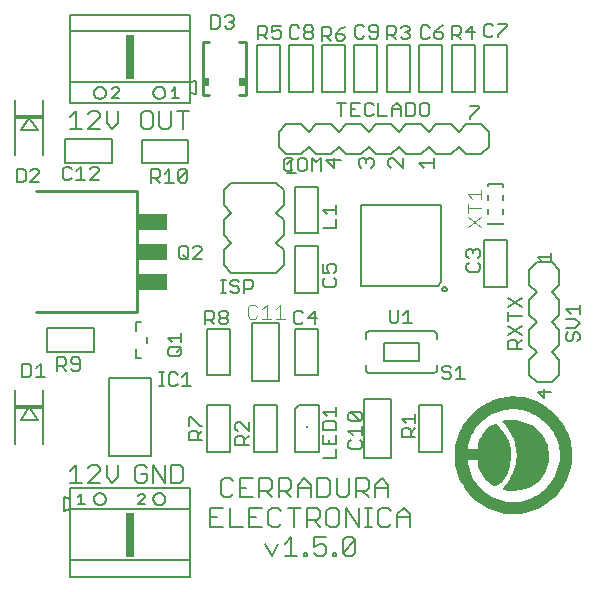
<source format=gbr>
G04 EAGLE Gerber RS-274X export*
G75*
%MOMM*%
%FSLAX34Y34*%
%LPD*%
%INSilkscreen Top*%
%IPPOS*%
%AMOC8*
5,1,8,0,0,1.08239X$1,22.5*%
G01*
%ADD10C,0.177800*%
%ADD11C,0.152400*%
%ADD12C,0.127000*%
%ADD13C,0.150000*%
%ADD14R,0.200000X0.200000*%
%ADD15C,0.203200*%
%ADD16R,0.762000X3.810000*%
%ADD17R,2.300000X0.300000*%
%ADD18C,0.254000*%
%ADD19R,2.489200X1.422400*%
%ADD20C,0.101600*%
%ADD21R,0.500000X0.750000*%

G36*
X441190Y62656D02*
X441190Y62656D01*
X441200Y62655D01*
X443963Y62795D01*
X443968Y62796D01*
X443978Y62796D01*
X446727Y63093D01*
X446732Y63094D01*
X446741Y63095D01*
X449471Y63548D01*
X449475Y63550D01*
X449485Y63551D01*
X452184Y64158D01*
X452188Y64161D01*
X452198Y64162D01*
X454858Y64924D01*
X454862Y64926D01*
X454872Y64928D01*
X457484Y65838D01*
X457488Y65841D01*
X457497Y65843D01*
X460054Y66898D01*
X460057Y66901D01*
X460066Y66904D01*
X462558Y68103D01*
X462562Y68106D01*
X462571Y68109D01*
X464993Y69445D01*
X464996Y69448D01*
X465005Y69452D01*
X467348Y70922D01*
X467351Y70925D01*
X467360Y70929D01*
X469619Y72525D01*
X469622Y72529D01*
X469631Y72534D01*
X471798Y74253D01*
X471800Y74256D01*
X471808Y74261D01*
X473880Y76095D01*
X473882Y76099D01*
X473890Y76105D01*
X475858Y78051D01*
X475861Y78055D01*
X475868Y78061D01*
X477727Y80110D01*
X477729Y80114D01*
X477736Y80120D01*
X479480Y82268D01*
X479482Y82272D01*
X479489Y82279D01*
X481113Y84519D01*
X481114Y84523D01*
X481120Y84530D01*
X482621Y86854D01*
X482622Y86858D01*
X482628Y86866D01*
X483997Y89268D01*
X483998Y89273D01*
X484004Y89280D01*
X485239Y91756D01*
X485239Y91760D01*
X485244Y91768D01*
X486339Y94308D01*
X486340Y94312D01*
X486344Y94321D01*
X487296Y96919D01*
X487297Y96924D01*
X487301Y96932D01*
X488107Y99578D01*
X488107Y99583D01*
X488111Y99592D01*
X488766Y102280D01*
X488766Y102284D01*
X488769Y102294D01*
X489270Y105015D01*
X489270Y105020D01*
X489272Y105029D01*
X489620Y107773D01*
X489619Y107778D01*
X489621Y107787D01*
X489811Y110548D01*
X489810Y110553D01*
X489812Y110562D01*
X489837Y112561D01*
X489846Y112617D01*
X489854Y113326D01*
X489853Y113330D01*
X489854Y113340D01*
X489731Y116042D01*
X489729Y116046D01*
X489730Y116056D01*
X489458Y118749D01*
X489456Y118754D01*
X489456Y118763D01*
X489036Y121437D01*
X489034Y121441D01*
X489034Y121451D01*
X488465Y124097D01*
X488463Y124101D01*
X488462Y124110D01*
X487748Y126720D01*
X487746Y126724D01*
X487744Y126733D01*
X486887Y129301D01*
X486885Y129304D01*
X486883Y129313D01*
X485886Y131828D01*
X485883Y131831D01*
X485880Y131840D01*
X484746Y134299D01*
X484743Y134302D01*
X484740Y134311D01*
X483475Y136702D01*
X483472Y136705D01*
X483468Y136714D01*
X482077Y139035D01*
X482073Y139038D01*
X482069Y139046D01*
X480555Y141289D01*
X480551Y141292D01*
X480547Y141300D01*
X478914Y143459D01*
X478911Y143461D01*
X478906Y143469D01*
X478721Y143688D01*
X478721Y143689D01*
X477879Y144686D01*
X477669Y144935D01*
X477458Y145184D01*
X477248Y145433D01*
X477162Y145536D01*
X477158Y145538D01*
X477153Y145546D01*
X475299Y147517D01*
X475295Y147519D01*
X475290Y147526D01*
X473336Y149396D01*
X473332Y149399D01*
X473326Y149405D01*
X471273Y151169D01*
X471269Y151171D01*
X471263Y151178D01*
X469121Y152830D01*
X469117Y152831D01*
X469110Y152838D01*
X466881Y154372D01*
X466877Y154374D01*
X466870Y154379D01*
X464563Y155791D01*
X464559Y155792D01*
X464551Y155797D01*
X462168Y157083D01*
X462164Y157083D01*
X462156Y157089D01*
X459709Y158242D01*
X459705Y158243D01*
X459696Y158248D01*
X457188Y159264D01*
X457183Y159265D01*
X457175Y159269D01*
X454616Y160145D01*
X454611Y160146D01*
X454602Y160150D01*
X451998Y160883D01*
X451994Y160883D01*
X451985Y160886D01*
X449345Y161474D01*
X449340Y161474D01*
X449331Y161477D01*
X446660Y161917D01*
X446655Y161916D01*
X446646Y161919D01*
X443955Y162207D01*
X443950Y162206D01*
X443941Y162208D01*
X441239Y162345D01*
X441235Y162344D01*
X441225Y162346D01*
X438495Y162329D01*
X438490Y162328D01*
X438481Y162328D01*
X435756Y162158D01*
X435752Y162156D01*
X435742Y162156D01*
X433032Y161831D01*
X433028Y161830D01*
X433018Y161829D01*
X430330Y161351D01*
X430326Y161349D01*
X430316Y161348D01*
X427659Y160718D01*
X427655Y160715D01*
X427645Y160714D01*
X425027Y159936D01*
X425024Y159933D01*
X425014Y159931D01*
X422444Y159007D01*
X422440Y159005D01*
X422431Y159002D01*
X419916Y157938D01*
X419913Y157936D01*
X419904Y157933D01*
X417451Y156731D01*
X417448Y156728D01*
X417439Y156725D01*
X415056Y155392D01*
X415053Y155389D01*
X415045Y155385D01*
X414756Y155203D01*
X413968Y154704D01*
X413179Y154206D01*
X412738Y153927D01*
X412735Y153923D01*
X412726Y153919D01*
X410500Y152337D01*
X410498Y152334D01*
X410490Y152329D01*
X408353Y150629D01*
X408351Y150626D01*
X408343Y150621D01*
X406299Y148809D01*
X406297Y148806D01*
X406289Y148800D01*
X404346Y146882D01*
X404344Y146878D01*
X404337Y146873D01*
X402497Y144854D01*
X402495Y144850D01*
X402489Y144844D01*
X400761Y142730D01*
X400759Y142726D01*
X400753Y142719D01*
X399140Y140516D01*
X399139Y140511D01*
X399132Y140505D01*
X397640Y138217D01*
X397639Y138213D01*
X397633Y138206D01*
X396267Y135842D01*
X396266Y135838D01*
X396260Y135831D01*
X395023Y133397D01*
X395022Y133393D01*
X395017Y133385D01*
X393914Y130888D01*
X393913Y130883D01*
X393908Y130875D01*
X392942Y128321D01*
X392942Y128317D01*
X392938Y128309D01*
X392112Y125705D01*
X392112Y125700D01*
X392108Y125691D01*
X391428Y123048D01*
X391428Y123044D01*
X391425Y123035D01*
X390887Y120358D01*
X390888Y120354D01*
X390885Y120345D01*
X390496Y117643D01*
X390496Y117638D01*
X390494Y117629D01*
X390253Y114910D01*
X390254Y114906D01*
X390253Y114897D01*
X390177Y112732D01*
X390169Y112722D01*
X390163Y112683D01*
X390148Y112646D01*
X390153Y112615D01*
X390148Y112584D01*
X390160Y112557D01*
X390146Y112165D01*
X390148Y112159D01*
X390146Y112146D01*
X390247Y109436D01*
X390248Y109432D01*
X390248Y109422D01*
X390497Y106723D01*
X390499Y106719D01*
X390499Y106709D01*
X390896Y104027D01*
X390898Y104023D01*
X390899Y104013D01*
X391445Y101356D01*
X391447Y101352D01*
X391448Y101343D01*
X392139Y98719D01*
X392142Y98715D01*
X392143Y98706D01*
X392978Y96127D01*
X392980Y96124D01*
X392982Y96114D01*
X393957Y93583D01*
X393959Y93580D01*
X393962Y93571D01*
X395073Y91098D01*
X395076Y91095D01*
X395079Y91086D01*
X396325Y88678D01*
X396329Y88675D01*
X396332Y88666D01*
X397707Y86328D01*
X397710Y86325D01*
X397714Y86317D01*
X399215Y84057D01*
X399218Y84054D01*
X399222Y84046D01*
X400841Y81870D01*
X400844Y81868D01*
X400849Y81860D01*
X400994Y81686D01*
X400994Y81685D01*
X401201Y81436D01*
X401408Y81187D01*
X401615Y80938D01*
X401822Y80689D01*
X401822Y80688D01*
X402029Y80439D01*
X402030Y80439D01*
X402237Y80190D01*
X402444Y79941D01*
X402582Y79774D01*
X402586Y79771D01*
X402591Y79764D01*
X404433Y77773D01*
X404437Y77771D01*
X404443Y77763D01*
X406389Y75876D01*
X406393Y75874D01*
X406399Y75867D01*
X408443Y74086D01*
X408447Y74085D01*
X408453Y74078D01*
X410589Y72409D01*
X410594Y72408D01*
X410600Y72401D01*
X412823Y70850D01*
X412828Y70849D01*
X412835Y70843D01*
X415139Y69412D01*
X415143Y69411D01*
X415151Y69405D01*
X417528Y68103D01*
X417532Y68102D01*
X417540Y68097D01*
X419984Y66924D01*
X419989Y66923D01*
X419997Y66918D01*
X422503Y65882D01*
X422507Y65882D01*
X422515Y65877D01*
X425075Y64978D01*
X425079Y64978D01*
X425088Y64974D01*
X427692Y64218D01*
X427696Y64218D01*
X427705Y64215D01*
X430349Y63607D01*
X430353Y63607D01*
X430362Y63604D01*
X433033Y63142D01*
X433038Y63143D01*
X433047Y63140D01*
X435741Y62830D01*
X435745Y62830D01*
X435754Y62828D01*
X438462Y62666D01*
X438466Y62667D01*
X438476Y62666D01*
X441186Y62654D01*
X441190Y62656D01*
G37*
%LPC*%
G36*
X437261Y72863D02*
X437261Y72863D01*
X434578Y73138D01*
X431863Y73628D01*
X429193Y74315D01*
X426578Y75194D01*
X424033Y76256D01*
X421570Y77498D01*
X419199Y78908D01*
X416932Y80480D01*
X414781Y82205D01*
X412755Y84078D01*
X410863Y86084D01*
X409116Y88218D01*
X407521Y90469D01*
X406088Y92826D01*
X404825Y95277D01*
X403737Y97812D01*
X402827Y100417D01*
X402098Y103076D01*
X401553Y105782D01*
X401450Y106556D01*
X401416Y106805D01*
X401383Y107054D01*
X401350Y107303D01*
X401350Y107304D01*
X401317Y107553D01*
X401284Y107802D01*
X401250Y108051D01*
X401224Y108246D01*
X403171Y108264D01*
X405399Y108280D01*
X407628Y108292D01*
X409630Y108297D01*
X409854Y106063D01*
X409856Y106057D01*
X409857Y106041D01*
X410327Y103613D01*
X410331Y103607D01*
X410333Y103591D01*
X411021Y101219D01*
X411025Y101213D01*
X411029Y101197D01*
X411939Y98898D01*
X411944Y98892D01*
X411949Y98876D01*
X413077Y96678D01*
X413083Y96673D01*
X413090Y96657D01*
X414431Y94582D01*
X414437Y94577D01*
X414446Y94561D01*
X415991Y92632D01*
X415998Y92628D01*
X416009Y92612D01*
X417868Y90742D01*
X417875Y90738D01*
X417888Y90724D01*
X419932Y89058D01*
X419939Y89055D01*
X419953Y89043D01*
X422159Y87598D01*
X422167Y87596D01*
X422182Y87585D01*
X424528Y86381D01*
X424596Y86368D01*
X424664Y86355D01*
X424665Y86355D01*
X424667Y86355D01*
X424736Y86372D01*
X427181Y87372D01*
X427188Y87377D01*
X427234Y87401D01*
X429367Y88967D01*
X429374Y88975D01*
X429401Y88996D01*
X431218Y90920D01*
X431223Y90928D01*
X431240Y90946D01*
X432783Y93099D01*
X432785Y93107D01*
X432797Y93122D01*
X434102Y95426D01*
X434103Y95433D01*
X434112Y95446D01*
X435209Y97856D01*
X435210Y97862D01*
X435216Y97874D01*
X436129Y100360D01*
X436130Y100366D01*
X436135Y100376D01*
X436874Y102919D01*
X436874Y102924D01*
X436878Y102935D01*
X437449Y105522D01*
X437449Y105527D01*
X437452Y105537D01*
X437858Y108155D01*
X437857Y108160D01*
X437860Y108171D01*
X438101Y110809D01*
X438100Y110814D01*
X438102Y110825D01*
X438144Y112535D01*
X438150Y112544D01*
X438163Y112617D01*
X438186Y113479D01*
X438184Y113487D01*
X438185Y113505D01*
X437972Y116221D01*
X437970Y116227D01*
X437970Y116242D01*
X437524Y118930D01*
X437521Y118936D01*
X437520Y118951D01*
X436848Y121591D01*
X436845Y121597D01*
X436842Y121611D01*
X435954Y124187D01*
X435951Y124192D01*
X435947Y124205D01*
X434861Y126703D01*
X434857Y126708D01*
X434853Y126720D01*
X433582Y129131D01*
X433578Y129135D01*
X433573Y129146D01*
X432134Y131459D01*
X432130Y131463D01*
X432124Y131473D01*
X430531Y133682D01*
X430527Y133685D01*
X430521Y133695D01*
X428788Y135798D01*
X428784Y135801D01*
X428777Y135810D01*
X426913Y137798D01*
X426908Y137800D01*
X426901Y137809D01*
X424913Y139671D01*
X424873Y139692D01*
X424837Y139720D01*
X424811Y139723D01*
X424788Y139734D01*
X424743Y139730D01*
X424698Y139734D01*
X424660Y139721D01*
X424649Y139720D01*
X424644Y139716D01*
X424628Y139710D01*
X422251Y138473D01*
X422245Y138467D01*
X422228Y138459D01*
X419994Y136981D01*
X419989Y136975D01*
X419973Y136966D01*
X417904Y135263D01*
X417899Y135257D01*
X417884Y135246D01*
X416006Y133336D01*
X416002Y133329D01*
X415988Y133316D01*
X414322Y131216D01*
X414319Y131209D01*
X414308Y131196D01*
X412983Y129135D01*
X412981Y129128D01*
X412971Y129114D01*
X411854Y126933D01*
X411852Y126926D01*
X411844Y126911D01*
X410945Y124634D01*
X410944Y124627D01*
X410937Y124612D01*
X410260Y122257D01*
X410260Y122250D01*
X410254Y122234D01*
X409803Y119826D01*
X409804Y119819D01*
X409800Y119803D01*
X409599Y117590D01*
X407617Y117585D01*
X405405Y117576D01*
X403196Y117568D01*
X401275Y117566D01*
X401614Y119949D01*
X402168Y122579D01*
X402899Y125163D01*
X403812Y127689D01*
X404902Y130143D01*
X406168Y132512D01*
X407603Y134782D01*
X409196Y136943D01*
X410943Y138981D01*
X412832Y140893D01*
X414849Y142665D01*
X416986Y144292D01*
X419228Y145769D01*
X421566Y147091D01*
X423986Y148255D01*
X426480Y149254D01*
X429037Y150083D01*
X431642Y150739D01*
X434285Y151221D01*
X437038Y151518D01*
X439807Y151599D01*
X442574Y151465D01*
X445325Y151126D01*
X448043Y150584D01*
X450717Y149849D01*
X453333Y148931D01*
X455879Y147834D01*
X458348Y146571D01*
X460728Y145146D01*
X463008Y143567D01*
X465182Y141844D01*
X467236Y139982D01*
X469165Y137989D01*
X469254Y137883D01*
X469255Y137883D01*
X469465Y137634D01*
X469465Y137633D01*
X469676Y137384D01*
X469886Y137135D01*
X470097Y136886D01*
X470307Y136637D01*
X470308Y136636D01*
X470518Y136387D01*
X470729Y136138D01*
X470939Y135889D01*
X470954Y135871D01*
X472596Y133639D01*
X474082Y131299D01*
X475401Y128861D01*
X476541Y126336D01*
X477496Y123735D01*
X478255Y121070D01*
X478814Y118356D01*
X478851Y118071D01*
X478851Y118070D01*
X478979Y117074D01*
X478979Y117073D01*
X479011Y116824D01*
X479139Y115827D01*
X479167Y115608D01*
X479312Y112841D01*
X479308Y112686D01*
X479298Y112628D01*
X479248Y110146D01*
X478995Y107459D01*
X478547Y104797D01*
X477907Y102177D01*
X477081Y99609D01*
X476074Y97106D01*
X474894Y94677D01*
X473553Y92334D01*
X472056Y90088D01*
X470414Y87945D01*
X468638Y85913D01*
X466734Y83998D01*
X464711Y82209D01*
X462578Y80552D01*
X460346Y79035D01*
X458019Y77663D01*
X455609Y76444D01*
X453126Y75386D01*
X450578Y74499D01*
X447973Y73789D01*
X445328Y73263D01*
X442652Y72930D01*
X439958Y72793D01*
X437261Y72863D01*
G37*
%LPD*%
G36*
X441168Y82450D02*
X441168Y82450D01*
X441173Y82452D01*
X441186Y82451D01*
X443972Y82681D01*
X443978Y82683D01*
X443992Y82683D01*
X446753Y83128D01*
X446758Y83131D01*
X446772Y83132D01*
X449488Y83799D01*
X449494Y83802D01*
X449509Y83805D01*
X452157Y84701D01*
X452163Y84705D01*
X452178Y84709D01*
X454735Y85837D01*
X454740Y85842D01*
X454756Y85848D01*
X457194Y87211D01*
X457200Y87217D01*
X457215Y87224D01*
X459509Y88823D01*
X459513Y88829D01*
X459529Y88839D01*
X461643Y90665D01*
X461647Y90671D01*
X461662Y90683D01*
X463572Y92724D01*
X463575Y92731D01*
X463588Y92744D01*
X465179Y94844D01*
X465181Y94851D01*
X465193Y94864D01*
X466567Y97113D01*
X466569Y97120D01*
X466579Y97134D01*
X467730Y99506D01*
X467731Y99513D01*
X467739Y99527D01*
X468668Y101993D01*
X468669Y102000D01*
X468675Y102014D01*
X469386Y104551D01*
X469386Y104557D01*
X469391Y104571D01*
X469890Y107158D01*
X469889Y107165D01*
X469893Y107179D01*
X470173Y109800D01*
X470171Y109807D01*
X470174Y109823D01*
X470196Y112002D01*
X470196Y112003D01*
X470196Y112005D01*
X470202Y112598D01*
X470200Y112605D01*
X470201Y112621D01*
X469977Y115385D01*
X469975Y115391D01*
X469975Y115405D01*
X469524Y118141D01*
X469521Y118146D01*
X469520Y118161D01*
X468842Y120849D01*
X468839Y120855D01*
X468836Y120870D01*
X467929Y123490D01*
X467925Y123496D01*
X467920Y123512D01*
X466778Y126037D01*
X466773Y126043D01*
X466767Y126058D01*
X465392Y128463D01*
X465387Y128469D01*
X465379Y128484D01*
X463775Y130744D01*
X463769Y130748D01*
X463760Y130762D01*
X463674Y130862D01*
X463458Y131111D01*
X463242Y131361D01*
X463026Y131610D01*
X462811Y131859D01*
X462810Y131859D01*
X462595Y132108D01*
X462379Y132358D01*
X462163Y132607D01*
X462027Y132764D01*
X462021Y132768D01*
X462011Y132781D01*
X460099Y134615D01*
X460092Y134618D01*
X460081Y134630D01*
X458009Y136282D01*
X458003Y136285D01*
X457992Y136295D01*
X455782Y137757D01*
X455776Y137759D01*
X455764Y137768D01*
X453437Y139036D01*
X453431Y139037D01*
X453419Y139045D01*
X450997Y140118D01*
X450991Y140118D01*
X450978Y140125D01*
X448478Y140999D01*
X448472Y140999D01*
X448459Y141004D01*
X445897Y141682D01*
X445891Y141682D01*
X445879Y141686D01*
X443275Y142170D01*
X443269Y142170D01*
X443257Y142173D01*
X440622Y142464D01*
X440617Y142463D01*
X440605Y142465D01*
X437956Y142569D01*
X437950Y142568D01*
X437938Y142569D01*
X435290Y142488D01*
X435284Y142486D01*
X435272Y142487D01*
X432635Y142224D01*
X432630Y142222D01*
X432618Y142221D01*
X430006Y141779D01*
X429984Y141768D01*
X429960Y141767D01*
X429922Y141738D01*
X429880Y141718D01*
X429867Y141697D01*
X429848Y141683D01*
X429831Y141639D01*
X429807Y141599D01*
X429807Y141575D01*
X429799Y141552D01*
X429808Y141506D01*
X429809Y141459D01*
X429823Y141439D01*
X429828Y141415D01*
X429872Y141356D01*
X431731Y139522D01*
X433453Y137569D01*
X435048Y135512D01*
X436512Y133358D01*
X437839Y131117D01*
X439019Y128797D01*
X440043Y126404D01*
X440906Y123947D01*
X441598Y121439D01*
X442116Y118888D01*
X442140Y118704D01*
X442140Y118703D01*
X442172Y118454D01*
X442205Y118205D01*
X442237Y117956D01*
X442270Y117707D01*
X442270Y117706D01*
X442302Y117457D01*
X442335Y117208D01*
X442367Y116959D01*
X442400Y116710D01*
X442400Y116709D01*
X442432Y116460D01*
X442452Y116307D01*
X442611Y113709D01*
X442597Y112012D01*
X442597Y112011D01*
X442597Y112010D01*
X442597Y112007D01*
X442588Y110932D01*
X442360Y108167D01*
X441929Y105428D01*
X441295Y102727D01*
X440463Y100078D01*
X439442Y97497D01*
X438246Y94992D01*
X436879Y92576D01*
X435357Y90255D01*
X433686Y88039D01*
X431872Y85941D01*
X429899Y83977D01*
X429890Y83960D01*
X429875Y83948D01*
X429857Y83900D01*
X429832Y83854D01*
X429833Y83835D01*
X429827Y83817D01*
X429838Y83766D01*
X429841Y83715D01*
X429852Y83699D01*
X429857Y83680D01*
X429893Y83644D01*
X429924Y83602D01*
X429942Y83595D01*
X429955Y83582D01*
X430025Y83556D01*
X432763Y82993D01*
X432769Y82993D01*
X432780Y82990D01*
X435549Y82615D01*
X435555Y82616D01*
X435567Y82613D01*
X438355Y82431D01*
X438361Y82433D01*
X438373Y82431D01*
X441168Y82450D01*
G37*
D10*
X64581Y99124D02*
X69580Y104124D01*
X69580Y89125D01*
X64581Y89125D02*
X74580Y89125D01*
X80017Y89125D02*
X90016Y89125D01*
X80017Y89125D02*
X90016Y99124D01*
X90016Y101624D01*
X87516Y104124D01*
X82517Y104124D01*
X80017Y101624D01*
X95453Y104124D02*
X95453Y94125D01*
X100453Y89125D01*
X105452Y94125D01*
X105452Y104124D01*
X127080Y104124D02*
X129580Y101624D01*
X127080Y104124D02*
X122081Y104124D01*
X119581Y101624D01*
X119581Y91625D01*
X122081Y89125D01*
X127080Y89125D01*
X129580Y91625D01*
X129580Y96624D01*
X124580Y96624D01*
X135017Y89125D02*
X135017Y104124D01*
X145016Y89125D01*
X145016Y104124D01*
X150453Y104124D02*
X150453Y89125D01*
X157952Y89125D01*
X160452Y91625D01*
X160452Y101624D01*
X157952Y104124D01*
X150453Y104124D01*
D11*
X364514Y355762D02*
X360277Y359999D01*
X372988Y359999D01*
X372988Y355762D02*
X372988Y364236D01*
X346738Y364236D02*
X346738Y355762D01*
X338264Y364236D01*
X336146Y364236D01*
X334027Y362117D01*
X334027Y357880D01*
X336146Y355762D01*
X311146Y355762D02*
X309027Y357880D01*
X309027Y362117D01*
X311146Y364236D01*
X313264Y364236D01*
X315383Y362117D01*
X315383Y359999D01*
X315383Y362117D02*
X317501Y364236D01*
X319620Y364236D01*
X321738Y362117D01*
X321738Y357880D01*
X319620Y355762D01*
X294238Y362117D02*
X281527Y362117D01*
X287883Y355762D01*
X287883Y364236D01*
D12*
X253262Y362668D02*
X251355Y364575D01*
X247542Y364575D01*
X245635Y362668D01*
X245635Y355042D01*
X247542Y353135D01*
X251355Y353135D01*
X253262Y355042D01*
X259236Y364575D02*
X263049Y364575D01*
X259236Y364575D02*
X257329Y362668D01*
X257329Y355042D01*
X259236Y353135D01*
X263049Y353135D01*
X264955Y355042D01*
X264955Y362668D01*
X263049Y364575D01*
X269023Y364575D02*
X269023Y353135D01*
X272836Y360762D02*
X269023Y364575D01*
X272836Y360762D02*
X276649Y364575D01*
X276649Y353135D01*
D10*
X69580Y404124D02*
X64581Y399124D01*
X69580Y404124D02*
X69580Y389125D01*
X64581Y389125D02*
X74580Y389125D01*
X80017Y389125D02*
X90016Y389125D01*
X80017Y389125D02*
X90016Y399124D01*
X90016Y401624D01*
X87516Y404124D01*
X82517Y404124D01*
X80017Y401624D01*
X95453Y404124D02*
X95453Y394125D01*
X100453Y389125D01*
X105452Y394125D01*
X105452Y404124D01*
X127081Y404124D02*
X132080Y404124D01*
X127081Y404124D02*
X124581Y401624D01*
X124581Y391625D01*
X127081Y389125D01*
X132080Y389125D01*
X134580Y391625D01*
X134580Y401624D01*
X132080Y404124D01*
X140017Y404124D02*
X140017Y391625D01*
X142517Y389125D01*
X147516Y389125D01*
X150016Y391625D01*
X150016Y404124D01*
X160453Y404124D02*
X160453Y389125D01*
X155453Y404124D02*
X165452Y404124D01*
D11*
X200225Y93142D02*
X202936Y90430D01*
X200225Y93142D02*
X194801Y93142D01*
X192090Y90430D01*
X192090Y79584D01*
X194801Y76872D01*
X200225Y76872D01*
X202936Y79584D01*
X208461Y93142D02*
X219308Y93142D01*
X208461Y93142D02*
X208461Y76872D01*
X219308Y76872D01*
X213885Y85007D02*
X208461Y85007D01*
X224833Y76872D02*
X224833Y93142D01*
X232968Y93142D01*
X235680Y90430D01*
X235680Y85007D01*
X232968Y82295D01*
X224833Y82295D01*
X230256Y82295D02*
X235680Y76872D01*
X241205Y76872D02*
X241205Y93142D01*
X249339Y93142D01*
X252051Y90430D01*
X252051Y85007D01*
X249339Y82295D01*
X241205Y82295D01*
X246628Y82295D02*
X252051Y76872D01*
X257576Y76872D02*
X257576Y87719D01*
X262999Y93142D01*
X268423Y87719D01*
X268423Y76872D01*
X268423Y85007D02*
X257576Y85007D01*
X273948Y93142D02*
X273948Y76872D01*
X282083Y76872D01*
X284794Y79584D01*
X284794Y90430D01*
X282083Y93142D01*
X273948Y93142D01*
X290319Y93142D02*
X290319Y79584D01*
X293031Y76872D01*
X298454Y76872D01*
X301166Y79584D01*
X301166Y93142D01*
X306691Y93142D02*
X306691Y76872D01*
X306691Y93142D02*
X314826Y93142D01*
X317537Y90430D01*
X317537Y85007D01*
X314826Y82295D01*
X306691Y82295D01*
X312114Y82295D02*
X317537Y76872D01*
X323062Y76872D02*
X323062Y87719D01*
X328486Y93142D01*
X333909Y87719D01*
X333909Y76872D01*
X333909Y85007D02*
X323062Y85007D01*
X194293Y68142D02*
X183447Y68142D01*
X183447Y51872D01*
X194293Y51872D01*
X188870Y60007D02*
X183447Y60007D01*
X199818Y68142D02*
X199818Y51872D01*
X210665Y51872D01*
X216190Y68142D02*
X227037Y68142D01*
X216190Y68142D02*
X216190Y51872D01*
X227037Y51872D01*
X221613Y60007D02*
X216190Y60007D01*
X240696Y68142D02*
X243408Y65430D01*
X240696Y68142D02*
X235273Y68142D01*
X232562Y65430D01*
X232562Y54584D01*
X235273Y51872D01*
X240696Y51872D01*
X243408Y54584D01*
X254356Y51872D02*
X254356Y68142D01*
X248933Y68142D02*
X259780Y68142D01*
X265305Y68142D02*
X265305Y51872D01*
X265305Y68142D02*
X273440Y68142D01*
X276151Y65430D01*
X276151Y60007D01*
X273440Y57295D01*
X265305Y57295D01*
X270728Y57295D02*
X276151Y51872D01*
X284388Y68142D02*
X289811Y68142D01*
X284388Y68142D02*
X281676Y65430D01*
X281676Y54584D01*
X284388Y51872D01*
X289811Y51872D01*
X292523Y54584D01*
X292523Y65430D01*
X289811Y68142D01*
X298048Y68142D02*
X298048Y51872D01*
X308894Y51872D02*
X298048Y68142D01*
X308894Y68142D02*
X308894Y51872D01*
X314419Y51872D02*
X319843Y51872D01*
X317131Y51872D02*
X317131Y68142D01*
X314419Y68142D02*
X319843Y68142D01*
X333469Y68142D02*
X336180Y65430D01*
X333469Y68142D02*
X328045Y68142D01*
X325334Y65430D01*
X325334Y54584D01*
X328045Y51872D01*
X333469Y51872D01*
X336180Y54584D01*
X341705Y51872D02*
X341705Y62719D01*
X347129Y68142D01*
X352552Y62719D01*
X352552Y51872D01*
X352552Y60007D02*
X341705Y60007D01*
X235256Y26872D02*
X229833Y37719D01*
X240680Y37719D02*
X235256Y26872D01*
X246205Y37719D02*
X251628Y43142D01*
X251628Y26872D01*
X246205Y26872D02*
X257051Y26872D01*
X262576Y26872D02*
X262576Y29584D01*
X265288Y29584D01*
X265288Y26872D01*
X262576Y26872D01*
X270762Y43142D02*
X281609Y43142D01*
X270762Y43142D02*
X270762Y35007D01*
X276185Y37719D01*
X278897Y37719D01*
X281609Y35007D01*
X281609Y29584D01*
X278897Y26872D01*
X273474Y26872D01*
X270762Y29584D01*
X287134Y29584D02*
X287134Y26872D01*
X287134Y29584D02*
X289845Y29584D01*
X289845Y26872D01*
X287134Y26872D01*
X295319Y29584D02*
X295319Y40430D01*
X298031Y43142D01*
X303454Y43142D01*
X306166Y40430D01*
X306166Y29584D01*
X303454Y26872D01*
X298031Y26872D01*
X295319Y29584D01*
X306166Y40430D01*
D12*
X435525Y230254D02*
X446965Y230254D01*
X435525Y226441D02*
X435525Y234068D01*
X435525Y238135D02*
X446965Y245761D01*
X446965Y238135D02*
X435525Y245761D01*
X435525Y202691D02*
X446965Y202691D01*
X435525Y202691D02*
X435525Y208411D01*
X437432Y210318D01*
X441245Y210318D01*
X443152Y208411D01*
X443152Y202691D01*
X443152Y206504D02*
X446965Y210318D01*
X446965Y222011D02*
X435525Y214385D01*
X435525Y222011D02*
X446965Y214385D01*
D13*
X250150Y420270D02*
X250150Y459730D01*
X269850Y459730D02*
X269850Y420270D01*
X250150Y420270D01*
X250150Y459730D02*
X269850Y459730D01*
D12*
X258552Y474608D02*
X256645Y476515D01*
X252832Y476515D01*
X250925Y474608D01*
X250925Y466982D01*
X252832Y465075D01*
X256645Y465075D01*
X258552Y466982D01*
X262619Y474608D02*
X264526Y476515D01*
X268339Y476515D01*
X270245Y474608D01*
X270245Y472702D01*
X268339Y470795D01*
X270245Y468888D01*
X270245Y466982D01*
X268339Y465075D01*
X264526Y465075D01*
X262619Y466982D01*
X262619Y468888D01*
X264526Y470795D01*
X262619Y472702D01*
X262619Y474608D01*
X264526Y470795D02*
X268339Y470795D01*
D13*
X305150Y459730D02*
X305150Y420270D01*
X324850Y420270D02*
X324850Y459730D01*
X324850Y420270D02*
X305150Y420270D01*
X305150Y459730D02*
X324850Y459730D01*
D12*
X313802Y474858D02*
X311895Y476765D01*
X308082Y476765D01*
X306175Y474858D01*
X306175Y467232D01*
X308082Y465325D01*
X311895Y465325D01*
X313802Y467232D01*
X317869Y467232D02*
X319776Y465325D01*
X323589Y465325D01*
X325495Y467232D01*
X325495Y474858D01*
X323589Y476765D01*
X319776Y476765D01*
X317869Y474858D01*
X317869Y472952D01*
X319776Y471045D01*
X325495Y471045D01*
D13*
X360150Y459730D02*
X360150Y420270D01*
X379850Y420270D02*
X379850Y459730D01*
X379850Y420270D02*
X360150Y420270D01*
X360150Y459730D02*
X379850Y459730D01*
D12*
X369002Y474508D02*
X367095Y476415D01*
X363282Y476415D01*
X361375Y474508D01*
X361375Y466882D01*
X363282Y464975D01*
X367095Y464975D01*
X369002Y466882D01*
X376882Y474508D02*
X380695Y476415D01*
X376882Y474508D02*
X373069Y470695D01*
X373069Y466882D01*
X374976Y464975D01*
X378789Y464975D01*
X380695Y466882D01*
X380695Y468788D01*
X378789Y470695D01*
X373069Y470695D01*
D13*
X415150Y459730D02*
X415150Y420270D01*
X434850Y420270D02*
X434850Y459730D01*
X434850Y420270D02*
X415150Y420270D01*
X415150Y459730D02*
X434850Y459730D01*
D12*
X423002Y476008D02*
X421095Y477915D01*
X417282Y477915D01*
X415375Y476008D01*
X415375Y468382D01*
X417282Y466475D01*
X421095Y466475D01*
X423002Y468382D01*
X427069Y477915D02*
X434695Y477915D01*
X434695Y476008D01*
X427069Y468382D01*
X427069Y466475D01*
D13*
X222670Y459730D02*
X222670Y420270D01*
X222670Y459730D02*
X242330Y459730D01*
X242330Y420270D01*
X222670Y420270D01*
D12*
X223985Y464839D02*
X223985Y476279D01*
X229705Y476279D01*
X231612Y474372D01*
X231612Y470559D01*
X229705Y468652D01*
X223985Y468652D01*
X227798Y468652D02*
X231612Y464839D01*
X235679Y476279D02*
X243305Y476279D01*
X235679Y476279D02*
X235679Y470559D01*
X239492Y472466D01*
X241399Y472466D01*
X243305Y470559D01*
X243305Y466746D01*
X241399Y464839D01*
X237586Y464839D01*
X235679Y466746D01*
D13*
X277670Y459730D02*
X277670Y420270D01*
X277670Y459730D02*
X297330Y459730D01*
X297330Y420270D01*
X277670Y420270D01*
D12*
X277735Y463589D02*
X277735Y475029D01*
X283455Y475029D01*
X285362Y473122D01*
X285362Y469309D01*
X283455Y467402D01*
X277735Y467402D01*
X281548Y467402D02*
X285362Y463589D01*
X293242Y473122D02*
X297055Y475029D01*
X293242Y473122D02*
X289429Y469309D01*
X289429Y465496D01*
X291336Y463589D01*
X295149Y463589D01*
X297055Y465496D01*
X297055Y467402D01*
X295149Y469309D01*
X289429Y469309D01*
D13*
X332670Y459730D02*
X332670Y420270D01*
X332670Y459730D02*
X352330Y459730D01*
X352330Y420270D01*
X332670Y420270D01*
D12*
X332735Y464839D02*
X332735Y476279D01*
X338455Y476279D01*
X340362Y474372D01*
X340362Y470559D01*
X338455Y468652D01*
X332735Y468652D01*
X336548Y468652D02*
X340362Y464839D01*
X344429Y474372D02*
X346336Y476279D01*
X350149Y476279D01*
X352055Y474372D01*
X352055Y472466D01*
X350149Y470559D01*
X348242Y470559D01*
X350149Y470559D02*
X352055Y468652D01*
X352055Y466746D01*
X350149Y464839D01*
X346336Y464839D01*
X344429Y466746D01*
D13*
X387670Y459730D02*
X387670Y420270D01*
X387670Y459730D02*
X407330Y459730D01*
X407330Y420270D01*
X387670Y420270D01*
D12*
X387735Y464839D02*
X387735Y476279D01*
X393455Y476279D01*
X395362Y474372D01*
X395362Y470559D01*
X393455Y468652D01*
X387735Y468652D01*
X391548Y468652D02*
X395362Y464839D01*
X405149Y464839D02*
X405149Y476279D01*
X399429Y470559D01*
X407055Y470559D01*
D13*
X360170Y154730D02*
X360170Y115270D01*
X360170Y154730D02*
X379830Y154730D01*
X379830Y115270D01*
X360170Y115270D01*
D12*
X356665Y127935D02*
X345225Y127935D01*
X345225Y133655D01*
X347132Y135562D01*
X350945Y135562D01*
X352852Y133655D01*
X352852Y127935D01*
X352852Y131748D02*
X356665Y135562D01*
X349039Y139629D02*
X345225Y143442D01*
X356665Y143442D01*
X356665Y139629D02*
X356665Y147255D01*
D11*
X478950Y256750D02*
X478950Y269450D01*
X478950Y256750D02*
X472600Y250400D01*
X459900Y250400D02*
X453550Y256750D01*
X472600Y250400D02*
X478950Y244050D01*
X478950Y231350D01*
X472600Y225000D01*
X459900Y225000D02*
X453550Y231350D01*
X453550Y244050D01*
X459900Y250400D01*
X459900Y275800D02*
X472600Y275800D01*
X478950Y269450D01*
X459900Y275800D02*
X453550Y269450D01*
X453550Y256750D01*
X472600Y225000D02*
X478950Y218650D01*
X478950Y205950D01*
X472600Y199600D01*
X459900Y199600D02*
X453550Y205950D01*
X453550Y218650D01*
X459900Y225000D01*
X478950Y193250D02*
X478950Y180550D01*
X472600Y174200D01*
X459900Y174200D01*
X453550Y180550D01*
X472600Y199600D02*
X478950Y193250D01*
X459900Y199600D02*
X453550Y193250D01*
X453550Y180550D01*
D12*
X464339Y276171D02*
X460525Y279984D01*
X471965Y279984D01*
X471965Y276171D02*
X471965Y283798D01*
X471965Y166321D02*
X460525Y166321D01*
X466245Y160601D01*
X466245Y168228D01*
X484635Y214573D02*
X486542Y216480D01*
X484635Y214573D02*
X484635Y210760D01*
X486542Y208853D01*
X488449Y208853D01*
X490355Y210760D01*
X490355Y214573D01*
X492262Y216480D01*
X494168Y216480D01*
X496075Y214573D01*
X496075Y210760D01*
X494168Y208853D01*
X492262Y220547D02*
X484635Y220547D01*
X492262Y220547D02*
X496075Y224360D01*
X492262Y228174D01*
X484635Y228174D01*
X488449Y232241D02*
X484635Y236054D01*
X496075Y236054D01*
X496075Y232241D02*
X496075Y239867D01*
D13*
X415150Y255270D02*
X415150Y294730D01*
X434850Y294730D02*
X434850Y255270D01*
X415150Y255270D01*
X415150Y294730D02*
X434850Y294730D01*
D12*
X402132Y275562D02*
X400225Y273655D01*
X400225Y269842D01*
X402132Y267935D01*
X409758Y267935D01*
X411665Y269842D01*
X411665Y273655D01*
X409758Y275562D01*
X402132Y279629D02*
X400225Y281536D01*
X400225Y285349D01*
X402132Y287255D01*
X404039Y287255D01*
X405945Y285349D01*
X405945Y283442D01*
X405945Y285349D02*
X407852Y287255D01*
X409758Y287255D01*
X411665Y285349D01*
X411665Y281536D01*
X409758Y279629D01*
D13*
X274850Y219730D02*
X274850Y180270D01*
X255150Y180270D02*
X255150Y219730D01*
X274850Y219730D01*
X274850Y180270D02*
X255150Y180270D01*
D12*
X261812Y232868D02*
X259905Y234775D01*
X256092Y234775D01*
X254185Y232868D01*
X254185Y225242D01*
X256092Y223335D01*
X259905Y223335D01*
X261812Y225242D01*
X271599Y223335D02*
X271599Y234775D01*
X265879Y229055D01*
X273505Y229055D01*
D11*
X245400Y324050D02*
X245400Y336750D01*
X245400Y324050D02*
X239050Y317700D01*
X245400Y311350D01*
X245400Y298650D01*
X239050Y292300D01*
X245400Y336750D02*
X239050Y343100D01*
X239050Y292300D02*
X245400Y285950D01*
X245400Y273250D01*
X239050Y266900D01*
X200950Y266900D01*
X200950Y317700D02*
X194600Y324050D01*
X194600Y298650D02*
X200950Y292300D01*
X194600Y298650D02*
X194600Y311350D01*
X200950Y317700D01*
X200950Y343100D02*
X239050Y343100D01*
X200950Y343100D02*
X194600Y336750D01*
X194600Y324050D01*
X194600Y273250D02*
X200950Y266900D01*
X194600Y273250D02*
X194600Y285950D01*
X200950Y292300D01*
D12*
X196348Y249845D02*
X192535Y249845D01*
X194442Y249845D02*
X194442Y261285D01*
X196348Y261285D02*
X192535Y261285D01*
X206051Y261285D02*
X207957Y259378D01*
X206051Y261285D02*
X202238Y261285D01*
X200331Y259378D01*
X200331Y257472D01*
X202238Y255565D01*
X206051Y255565D01*
X207957Y253658D01*
X207957Y251752D01*
X206051Y249845D01*
X202238Y249845D01*
X200331Y251752D01*
X212025Y249845D02*
X212025Y261285D01*
X217745Y261285D01*
X219651Y259378D01*
X219651Y255565D01*
X217745Y253658D01*
X212025Y253658D01*
X274830Y300270D02*
X274830Y339730D01*
X255170Y339730D02*
X255170Y300270D01*
X255170Y339730D02*
X274830Y339730D01*
X274830Y300270D02*
X255170Y300270D01*
X278325Y304947D02*
X289765Y304947D01*
X289765Y312574D01*
X282139Y316641D02*
X278325Y320454D01*
X289765Y320454D01*
X289765Y316641D02*
X289765Y324268D01*
D13*
X274850Y289730D02*
X274850Y250270D01*
X255150Y250270D02*
X255150Y289730D01*
X274850Y289730D01*
X274850Y250270D02*
X255150Y250270D01*
D12*
X278325Y260667D02*
X280232Y262574D01*
X278325Y260667D02*
X278325Y256854D01*
X280232Y254947D01*
X287858Y254947D01*
X289765Y256854D01*
X289765Y260667D01*
X287858Y262574D01*
X278325Y266641D02*
X278325Y274268D01*
X278325Y266641D02*
X284045Y266641D01*
X282139Y270454D01*
X282139Y272361D01*
X284045Y274268D01*
X287858Y274268D01*
X289765Y272361D01*
X289765Y268548D01*
X287858Y266641D01*
X120000Y202500D02*
X120000Y195000D01*
X125000Y195000D01*
X120000Y217500D02*
X120000Y225000D01*
X125000Y225000D01*
X130000Y212500D02*
X130000Y207500D01*
X149082Y196297D02*
X156708Y196297D01*
X149082Y196297D02*
X147175Y198204D01*
X147175Y202017D01*
X149082Y203924D01*
X156708Y203924D01*
X158615Y202017D01*
X158615Y198204D01*
X156708Y196297D01*
X154802Y200110D02*
X158615Y203924D01*
X150989Y207991D02*
X147175Y211804D01*
X158615Y211804D01*
X158615Y207991D02*
X158615Y215618D01*
D13*
X255000Y151250D02*
X255000Y115000D01*
X258750Y155000D02*
X275000Y155000D01*
X275000Y115000D01*
X255000Y115000D01*
X255000Y151250D02*
X258750Y155000D01*
D14*
X265000Y136600D03*
D12*
X278325Y110309D02*
X289765Y110309D01*
X289765Y117936D01*
X278325Y122003D02*
X278325Y129630D01*
X278325Y122003D02*
X289765Y122003D01*
X289765Y129630D01*
X284045Y125816D02*
X284045Y122003D01*
X278325Y133697D02*
X289765Y133697D01*
X289765Y139417D01*
X287858Y141323D01*
X280232Y141323D01*
X278325Y139417D01*
X278325Y133697D01*
X282139Y145391D02*
X278325Y149204D01*
X289765Y149204D01*
X289765Y145391D02*
X289765Y153017D01*
D15*
X132780Y112230D02*
X97220Y112230D01*
X97220Y177770D01*
X132780Y177770D01*
X132780Y112230D01*
D12*
X140235Y171143D02*
X144048Y171143D01*
X142142Y171143D02*
X142142Y182583D01*
X144048Y182583D02*
X140235Y182583D01*
X153751Y182583D02*
X155657Y180676D01*
X153751Y182583D02*
X149938Y182583D01*
X148031Y180676D01*
X148031Y173050D01*
X149938Y171143D01*
X153751Y171143D01*
X155657Y173050D01*
X159725Y178770D02*
X163538Y182583D01*
X163538Y171143D01*
X159725Y171143D02*
X167351Y171143D01*
D13*
X313500Y159730D02*
X313500Y110270D01*
X336500Y110270D02*
X336500Y159730D01*
X336500Y110270D02*
X313500Y110270D01*
X313500Y159730D02*
X336500Y159730D01*
D12*
X302132Y125562D02*
X300225Y123655D01*
X300225Y119842D01*
X302132Y117935D01*
X309758Y117935D01*
X311665Y119842D01*
X311665Y123655D01*
X309758Y125562D01*
X304039Y129629D02*
X300225Y133442D01*
X311665Y133442D01*
X311665Y129629D02*
X311665Y137255D01*
X309758Y141323D02*
X302132Y141323D01*
X300225Y143230D01*
X300225Y147043D01*
X302132Y148949D01*
X309758Y148949D01*
X311665Y147043D01*
X311665Y143230D01*
X309758Y141323D01*
X302132Y148949D01*
D13*
X239830Y154730D02*
X239830Y115270D01*
X220170Y115270D01*
X220170Y154730D01*
X239830Y154730D01*
D12*
X216015Y121197D02*
X204575Y121197D01*
X204575Y126917D01*
X206482Y128824D01*
X210295Y128824D01*
X212202Y126917D01*
X212202Y121197D01*
X212202Y125010D02*
X216015Y128824D01*
X216015Y132891D02*
X216015Y140518D01*
X208389Y140518D02*
X216015Y132891D01*
X208389Y140518D02*
X206482Y140518D01*
X204575Y138611D01*
X204575Y134798D01*
X206482Y132891D01*
D11*
X64200Y23410D02*
X64200Y9440D01*
X64200Y84370D02*
X165800Y84370D01*
X165800Y66590D01*
X165800Y9440D02*
X64200Y9440D01*
X64200Y75480D02*
X59120Y76750D01*
X64200Y75480D02*
X64200Y84370D01*
X59120Y76750D02*
X59120Y65320D01*
X64200Y66590D01*
X64200Y75480D01*
X64200Y66590D02*
X165800Y66590D01*
X165800Y23410D01*
X64200Y23410D01*
X64200Y66590D01*
X165800Y23410D02*
X165800Y9440D01*
X135066Y75480D02*
X135068Y75622D01*
X135074Y75765D01*
X135084Y75907D01*
X135098Y76049D01*
X135116Y76190D01*
X135138Y76331D01*
X135164Y76471D01*
X135193Y76610D01*
X135227Y76749D01*
X135265Y76886D01*
X135306Y77023D01*
X135351Y77158D01*
X135400Y77292D01*
X135453Y77424D01*
X135509Y77555D01*
X135569Y77684D01*
X135633Y77812D01*
X135700Y77937D01*
X135771Y78061D01*
X135845Y78183D01*
X135922Y78302D01*
X136003Y78420D01*
X136087Y78535D01*
X136174Y78647D01*
X136265Y78757D01*
X136358Y78865D01*
X136455Y78970D01*
X136554Y79072D01*
X136656Y79171D01*
X136761Y79268D01*
X136869Y79361D01*
X136979Y79452D01*
X137091Y79539D01*
X137206Y79623D01*
X137324Y79704D01*
X137443Y79781D01*
X137565Y79855D01*
X137689Y79926D01*
X137814Y79993D01*
X137942Y80057D01*
X138071Y80117D01*
X138202Y80173D01*
X138334Y80226D01*
X138468Y80275D01*
X138603Y80320D01*
X138740Y80361D01*
X138877Y80399D01*
X139016Y80433D01*
X139155Y80462D01*
X139295Y80488D01*
X139436Y80510D01*
X139577Y80528D01*
X139719Y80542D01*
X139861Y80552D01*
X140004Y80558D01*
X140146Y80560D01*
X140288Y80558D01*
X140431Y80552D01*
X140573Y80542D01*
X140715Y80528D01*
X140856Y80510D01*
X140997Y80488D01*
X141137Y80462D01*
X141276Y80433D01*
X141415Y80399D01*
X141552Y80361D01*
X141689Y80320D01*
X141824Y80275D01*
X141958Y80226D01*
X142090Y80173D01*
X142221Y80117D01*
X142350Y80057D01*
X142478Y79993D01*
X142603Y79926D01*
X142727Y79855D01*
X142849Y79781D01*
X142968Y79704D01*
X143086Y79623D01*
X143201Y79539D01*
X143313Y79452D01*
X143423Y79361D01*
X143531Y79268D01*
X143636Y79171D01*
X143738Y79072D01*
X143837Y78970D01*
X143934Y78865D01*
X144027Y78757D01*
X144118Y78647D01*
X144205Y78535D01*
X144289Y78420D01*
X144370Y78302D01*
X144447Y78183D01*
X144521Y78061D01*
X144592Y77937D01*
X144659Y77812D01*
X144723Y77684D01*
X144783Y77555D01*
X144839Y77424D01*
X144892Y77292D01*
X144941Y77158D01*
X144986Y77023D01*
X145027Y76886D01*
X145065Y76749D01*
X145099Y76610D01*
X145128Y76471D01*
X145154Y76331D01*
X145176Y76190D01*
X145194Y76049D01*
X145208Y75907D01*
X145218Y75765D01*
X145224Y75622D01*
X145226Y75480D01*
X145224Y75338D01*
X145218Y75195D01*
X145208Y75053D01*
X145194Y74911D01*
X145176Y74770D01*
X145154Y74629D01*
X145128Y74489D01*
X145099Y74350D01*
X145065Y74211D01*
X145027Y74074D01*
X144986Y73937D01*
X144941Y73802D01*
X144892Y73668D01*
X144839Y73536D01*
X144783Y73405D01*
X144723Y73276D01*
X144659Y73148D01*
X144592Y73023D01*
X144521Y72899D01*
X144447Y72777D01*
X144370Y72658D01*
X144289Y72540D01*
X144205Y72425D01*
X144118Y72313D01*
X144027Y72203D01*
X143934Y72095D01*
X143837Y71990D01*
X143738Y71888D01*
X143636Y71789D01*
X143531Y71692D01*
X143423Y71599D01*
X143313Y71508D01*
X143201Y71421D01*
X143086Y71337D01*
X142968Y71256D01*
X142849Y71179D01*
X142727Y71105D01*
X142603Y71034D01*
X142478Y70967D01*
X142350Y70903D01*
X142221Y70843D01*
X142090Y70787D01*
X141958Y70734D01*
X141824Y70685D01*
X141689Y70640D01*
X141552Y70599D01*
X141415Y70561D01*
X141276Y70527D01*
X141137Y70498D01*
X140997Y70472D01*
X140856Y70450D01*
X140715Y70432D01*
X140573Y70418D01*
X140431Y70408D01*
X140288Y70402D01*
X140146Y70400D01*
X140004Y70402D01*
X139861Y70408D01*
X139719Y70418D01*
X139577Y70432D01*
X139436Y70450D01*
X139295Y70472D01*
X139155Y70498D01*
X139016Y70527D01*
X138877Y70561D01*
X138740Y70599D01*
X138603Y70640D01*
X138468Y70685D01*
X138334Y70734D01*
X138202Y70787D01*
X138071Y70843D01*
X137942Y70903D01*
X137814Y70967D01*
X137689Y71034D01*
X137565Y71105D01*
X137443Y71179D01*
X137324Y71256D01*
X137206Y71337D01*
X137091Y71421D01*
X136979Y71508D01*
X136869Y71599D01*
X136761Y71692D01*
X136656Y71789D01*
X136554Y71888D01*
X136455Y71990D01*
X136358Y72095D01*
X136265Y72203D01*
X136174Y72313D01*
X136087Y72425D01*
X136003Y72540D01*
X135922Y72658D01*
X135845Y72777D01*
X135771Y72899D01*
X135700Y73023D01*
X135633Y73148D01*
X135569Y73276D01*
X135509Y73405D01*
X135453Y73536D01*
X135400Y73668D01*
X135351Y73802D01*
X135306Y73937D01*
X135265Y74074D01*
X135227Y74211D01*
X135193Y74350D01*
X135164Y74489D01*
X135138Y74629D01*
X135116Y74770D01*
X135098Y74911D01*
X135084Y75053D01*
X135074Y75195D01*
X135068Y75338D01*
X135066Y75480D01*
X84774Y75480D02*
X84776Y75622D01*
X84782Y75765D01*
X84792Y75907D01*
X84806Y76049D01*
X84824Y76190D01*
X84846Y76331D01*
X84872Y76471D01*
X84901Y76610D01*
X84935Y76749D01*
X84973Y76886D01*
X85014Y77023D01*
X85059Y77158D01*
X85108Y77292D01*
X85161Y77424D01*
X85217Y77555D01*
X85277Y77684D01*
X85341Y77812D01*
X85408Y77937D01*
X85479Y78061D01*
X85553Y78183D01*
X85630Y78302D01*
X85711Y78420D01*
X85795Y78535D01*
X85882Y78647D01*
X85973Y78757D01*
X86066Y78865D01*
X86163Y78970D01*
X86262Y79072D01*
X86364Y79171D01*
X86469Y79268D01*
X86577Y79361D01*
X86687Y79452D01*
X86799Y79539D01*
X86914Y79623D01*
X87032Y79704D01*
X87151Y79781D01*
X87273Y79855D01*
X87397Y79926D01*
X87522Y79993D01*
X87650Y80057D01*
X87779Y80117D01*
X87910Y80173D01*
X88042Y80226D01*
X88176Y80275D01*
X88311Y80320D01*
X88448Y80361D01*
X88585Y80399D01*
X88724Y80433D01*
X88863Y80462D01*
X89003Y80488D01*
X89144Y80510D01*
X89285Y80528D01*
X89427Y80542D01*
X89569Y80552D01*
X89712Y80558D01*
X89854Y80560D01*
X89996Y80558D01*
X90139Y80552D01*
X90281Y80542D01*
X90423Y80528D01*
X90564Y80510D01*
X90705Y80488D01*
X90845Y80462D01*
X90984Y80433D01*
X91123Y80399D01*
X91260Y80361D01*
X91397Y80320D01*
X91532Y80275D01*
X91666Y80226D01*
X91798Y80173D01*
X91929Y80117D01*
X92058Y80057D01*
X92186Y79993D01*
X92311Y79926D01*
X92435Y79855D01*
X92557Y79781D01*
X92676Y79704D01*
X92794Y79623D01*
X92909Y79539D01*
X93021Y79452D01*
X93131Y79361D01*
X93239Y79268D01*
X93344Y79171D01*
X93446Y79072D01*
X93545Y78970D01*
X93642Y78865D01*
X93735Y78757D01*
X93826Y78647D01*
X93913Y78535D01*
X93997Y78420D01*
X94078Y78302D01*
X94155Y78183D01*
X94229Y78061D01*
X94300Y77937D01*
X94367Y77812D01*
X94431Y77684D01*
X94491Y77555D01*
X94547Y77424D01*
X94600Y77292D01*
X94649Y77158D01*
X94694Y77023D01*
X94735Y76886D01*
X94773Y76749D01*
X94807Y76610D01*
X94836Y76471D01*
X94862Y76331D01*
X94884Y76190D01*
X94902Y76049D01*
X94916Y75907D01*
X94926Y75765D01*
X94932Y75622D01*
X94934Y75480D01*
X94932Y75338D01*
X94926Y75195D01*
X94916Y75053D01*
X94902Y74911D01*
X94884Y74770D01*
X94862Y74629D01*
X94836Y74489D01*
X94807Y74350D01*
X94773Y74211D01*
X94735Y74074D01*
X94694Y73937D01*
X94649Y73802D01*
X94600Y73668D01*
X94547Y73536D01*
X94491Y73405D01*
X94431Y73276D01*
X94367Y73148D01*
X94300Y73023D01*
X94229Y72899D01*
X94155Y72777D01*
X94078Y72658D01*
X93997Y72540D01*
X93913Y72425D01*
X93826Y72313D01*
X93735Y72203D01*
X93642Y72095D01*
X93545Y71990D01*
X93446Y71888D01*
X93344Y71789D01*
X93239Y71692D01*
X93131Y71599D01*
X93021Y71508D01*
X92909Y71421D01*
X92794Y71337D01*
X92676Y71256D01*
X92557Y71179D01*
X92435Y71105D01*
X92311Y71034D01*
X92186Y70967D01*
X92058Y70903D01*
X91929Y70843D01*
X91798Y70787D01*
X91666Y70734D01*
X91532Y70685D01*
X91397Y70640D01*
X91260Y70599D01*
X91123Y70561D01*
X90984Y70527D01*
X90845Y70498D01*
X90705Y70472D01*
X90564Y70450D01*
X90423Y70432D01*
X90281Y70418D01*
X90139Y70408D01*
X89996Y70402D01*
X89854Y70400D01*
X89712Y70402D01*
X89569Y70408D01*
X89427Y70418D01*
X89285Y70432D01*
X89144Y70450D01*
X89003Y70472D01*
X88863Y70498D01*
X88724Y70527D01*
X88585Y70561D01*
X88448Y70599D01*
X88311Y70640D01*
X88176Y70685D01*
X88042Y70734D01*
X87910Y70787D01*
X87779Y70843D01*
X87650Y70903D01*
X87522Y70967D01*
X87397Y71034D01*
X87273Y71105D01*
X87151Y71179D01*
X87032Y71256D01*
X86914Y71337D01*
X86799Y71421D01*
X86687Y71508D01*
X86577Y71599D01*
X86469Y71692D01*
X86364Y71789D01*
X86262Y71888D01*
X86163Y71990D01*
X86066Y72095D01*
X85973Y72203D01*
X85882Y72313D01*
X85795Y72425D01*
X85711Y72540D01*
X85630Y72658D01*
X85553Y72777D01*
X85479Y72899D01*
X85408Y73023D01*
X85341Y73148D01*
X85277Y73276D01*
X85217Y73405D01*
X85161Y73536D01*
X85108Y73668D01*
X85059Y73802D01*
X85014Y73937D01*
X84973Y74074D01*
X84935Y74211D01*
X84901Y74350D01*
X84872Y74489D01*
X84846Y74629D01*
X84824Y74770D01*
X84806Y74911D01*
X84792Y75053D01*
X84782Y75195D01*
X84776Y75338D01*
X84774Y75480D01*
D12*
X74066Y79678D02*
X71185Y76797D01*
X74066Y79678D02*
X74066Y71035D01*
X71185Y71035D02*
X76947Y71035D01*
X121985Y71035D02*
X127747Y71035D01*
X121985Y71035D02*
X127747Y76797D01*
X127747Y78238D01*
X126307Y79678D01*
X123426Y79678D01*
X121985Y78238D01*
D16*
X115000Y45000D03*
D13*
X180170Y115270D02*
X180170Y154730D01*
X199830Y154730D01*
X199830Y115270D01*
X180170Y115270D01*
D12*
X176665Y125435D02*
X165225Y125435D01*
X165225Y131155D01*
X167132Y133062D01*
X170945Y133062D01*
X172852Y131155D01*
X172852Y125435D01*
X172852Y129248D02*
X176665Y133062D01*
X165225Y137129D02*
X165225Y144755D01*
X167132Y144755D01*
X174758Y137129D01*
X176665Y137129D01*
D13*
X180170Y180270D02*
X180170Y219730D01*
X199830Y219730D01*
X199830Y180270D01*
X180170Y180270D01*
D12*
X179185Y223335D02*
X179185Y234775D01*
X184905Y234775D01*
X186812Y232868D01*
X186812Y229055D01*
X184905Y227148D01*
X179185Y227148D01*
X182998Y227148D02*
X186812Y223335D01*
X190879Y232868D02*
X192786Y234775D01*
X196599Y234775D01*
X198505Y232868D01*
X198505Y230962D01*
X196599Y229055D01*
X198505Y227148D01*
X198505Y225242D01*
X196599Y223335D01*
X192786Y223335D01*
X190879Y225242D01*
X190879Y227148D01*
X192786Y229055D01*
X190879Y230962D01*
X190879Y232868D01*
X192786Y229055D02*
X196599Y229055D01*
D13*
X42000Y168000D02*
X42000Y122000D01*
X18000Y122000D02*
X18000Y168000D01*
X30000Y153000D02*
X37500Y142500D01*
X23000Y142500D01*
X30000Y153000D01*
D17*
X30000Y153500D03*
D12*
X24235Y178495D02*
X24235Y189935D01*
X24235Y178495D02*
X29955Y178495D01*
X31862Y180402D01*
X31862Y188028D01*
X29955Y189935D01*
X24235Y189935D01*
X35929Y186122D02*
X39742Y189935D01*
X39742Y178495D01*
X35929Y178495D02*
X43555Y178495D01*
D13*
X45270Y219830D02*
X84730Y219830D01*
X84730Y200170D01*
X45270Y200170D01*
X45270Y219830D01*
D12*
X53697Y195425D02*
X53697Y183985D01*
X53697Y195425D02*
X59417Y195425D01*
X61324Y193518D01*
X61324Y189705D01*
X59417Y187798D01*
X53697Y187798D01*
X57510Y187798D02*
X61324Y183985D01*
X65391Y185892D02*
X67298Y183985D01*
X71111Y183985D01*
X73018Y185892D01*
X73018Y193518D01*
X71111Y195425D01*
X67298Y195425D01*
X65391Y193518D01*
X65391Y191612D01*
X67298Y189705D01*
X73018Y189705D01*
D18*
X120894Y233692D02*
X120894Y336308D01*
X120894Y233692D02*
X35804Y233692D01*
X35804Y336308D02*
X120894Y336308D01*
D19*
X134864Y259600D03*
X134864Y310400D03*
X134864Y285000D03*
D12*
X156597Y288118D02*
X156597Y280492D01*
X156597Y288118D02*
X158504Y290025D01*
X162317Y290025D01*
X164224Y288118D01*
X164224Y280492D01*
X162317Y278585D01*
X158504Y278585D01*
X156597Y280492D01*
X160410Y282398D02*
X164224Y278585D01*
X168291Y278585D02*
X175918Y278585D01*
X168291Y278585D02*
X175918Y286212D01*
X175918Y288118D01*
X174011Y290025D01*
X170198Y290025D01*
X168291Y288118D01*
D13*
X42000Y367000D02*
X42000Y413000D01*
X18000Y413000D02*
X18000Y367000D01*
X37500Y387500D02*
X30000Y398000D01*
X23000Y387500D02*
X37500Y387500D01*
X30000Y398000D02*
X23000Y387500D01*
D17*
X30000Y398500D03*
D12*
X19235Y354935D02*
X19235Y343495D01*
X24955Y343495D01*
X26862Y345402D01*
X26862Y353028D01*
X24955Y354935D01*
X19235Y354935D01*
X30929Y343495D02*
X38555Y343495D01*
X30929Y343495D02*
X38555Y351122D01*
X38555Y353028D01*
X36649Y354935D01*
X32836Y354935D01*
X30929Y353028D01*
D13*
X60270Y360150D02*
X99730Y360150D01*
X99730Y379850D02*
X60270Y379850D01*
X99730Y379850D02*
X99730Y360150D01*
X60270Y360150D02*
X60270Y379850D01*
D12*
X63973Y356675D02*
X65880Y354768D01*
X63973Y356675D02*
X60160Y356675D01*
X58253Y354768D01*
X58253Y347142D01*
X60160Y345235D01*
X63973Y345235D01*
X65880Y347142D01*
X69947Y352862D02*
X73760Y356675D01*
X73760Y345235D01*
X69947Y345235D02*
X77574Y345235D01*
X81641Y345235D02*
X89267Y345235D01*
X81641Y345235D02*
X89267Y352862D01*
X89267Y354768D01*
X87361Y356675D01*
X83548Y356675D01*
X81641Y354768D01*
D11*
X165800Y471590D02*
X165800Y485560D01*
X165800Y410630D02*
X64200Y410630D01*
X64200Y428410D01*
X64200Y485560D02*
X165800Y485560D01*
X165800Y419520D02*
X170880Y418250D01*
X165800Y419520D02*
X165800Y410630D01*
X170880Y418250D02*
X170880Y429680D01*
X165800Y428410D01*
X165800Y419520D01*
X165800Y428410D02*
X64200Y428410D01*
X64200Y471590D01*
X165800Y471590D01*
X165800Y428410D01*
X64200Y471590D02*
X64200Y485560D01*
X84774Y419520D02*
X84776Y419662D01*
X84782Y419805D01*
X84792Y419947D01*
X84806Y420089D01*
X84824Y420230D01*
X84846Y420371D01*
X84872Y420511D01*
X84901Y420650D01*
X84935Y420789D01*
X84973Y420926D01*
X85014Y421063D01*
X85059Y421198D01*
X85108Y421332D01*
X85161Y421464D01*
X85217Y421595D01*
X85277Y421724D01*
X85341Y421852D01*
X85408Y421977D01*
X85479Y422101D01*
X85553Y422223D01*
X85630Y422342D01*
X85711Y422460D01*
X85795Y422575D01*
X85882Y422687D01*
X85973Y422797D01*
X86066Y422905D01*
X86163Y423010D01*
X86262Y423112D01*
X86364Y423211D01*
X86469Y423308D01*
X86577Y423401D01*
X86687Y423492D01*
X86799Y423579D01*
X86914Y423663D01*
X87032Y423744D01*
X87151Y423821D01*
X87273Y423895D01*
X87397Y423966D01*
X87522Y424033D01*
X87650Y424097D01*
X87779Y424157D01*
X87910Y424213D01*
X88042Y424266D01*
X88176Y424315D01*
X88311Y424360D01*
X88448Y424401D01*
X88585Y424439D01*
X88724Y424473D01*
X88863Y424502D01*
X89003Y424528D01*
X89144Y424550D01*
X89285Y424568D01*
X89427Y424582D01*
X89569Y424592D01*
X89712Y424598D01*
X89854Y424600D01*
X89996Y424598D01*
X90139Y424592D01*
X90281Y424582D01*
X90423Y424568D01*
X90564Y424550D01*
X90705Y424528D01*
X90845Y424502D01*
X90984Y424473D01*
X91123Y424439D01*
X91260Y424401D01*
X91397Y424360D01*
X91532Y424315D01*
X91666Y424266D01*
X91798Y424213D01*
X91929Y424157D01*
X92058Y424097D01*
X92186Y424033D01*
X92311Y423966D01*
X92435Y423895D01*
X92557Y423821D01*
X92676Y423744D01*
X92794Y423663D01*
X92909Y423579D01*
X93021Y423492D01*
X93131Y423401D01*
X93239Y423308D01*
X93344Y423211D01*
X93446Y423112D01*
X93545Y423010D01*
X93642Y422905D01*
X93735Y422797D01*
X93826Y422687D01*
X93913Y422575D01*
X93997Y422460D01*
X94078Y422342D01*
X94155Y422223D01*
X94229Y422101D01*
X94300Y421977D01*
X94367Y421852D01*
X94431Y421724D01*
X94491Y421595D01*
X94547Y421464D01*
X94600Y421332D01*
X94649Y421198D01*
X94694Y421063D01*
X94735Y420926D01*
X94773Y420789D01*
X94807Y420650D01*
X94836Y420511D01*
X94862Y420371D01*
X94884Y420230D01*
X94902Y420089D01*
X94916Y419947D01*
X94926Y419805D01*
X94932Y419662D01*
X94934Y419520D01*
X94932Y419378D01*
X94926Y419235D01*
X94916Y419093D01*
X94902Y418951D01*
X94884Y418810D01*
X94862Y418669D01*
X94836Y418529D01*
X94807Y418390D01*
X94773Y418251D01*
X94735Y418114D01*
X94694Y417977D01*
X94649Y417842D01*
X94600Y417708D01*
X94547Y417576D01*
X94491Y417445D01*
X94431Y417316D01*
X94367Y417188D01*
X94300Y417063D01*
X94229Y416939D01*
X94155Y416817D01*
X94078Y416698D01*
X93997Y416580D01*
X93913Y416465D01*
X93826Y416353D01*
X93735Y416243D01*
X93642Y416135D01*
X93545Y416030D01*
X93446Y415928D01*
X93344Y415829D01*
X93239Y415732D01*
X93131Y415639D01*
X93021Y415548D01*
X92909Y415461D01*
X92794Y415377D01*
X92676Y415296D01*
X92557Y415219D01*
X92435Y415145D01*
X92311Y415074D01*
X92186Y415007D01*
X92058Y414943D01*
X91929Y414883D01*
X91798Y414827D01*
X91666Y414774D01*
X91532Y414725D01*
X91397Y414680D01*
X91260Y414639D01*
X91123Y414601D01*
X90984Y414567D01*
X90845Y414538D01*
X90705Y414512D01*
X90564Y414490D01*
X90423Y414472D01*
X90281Y414458D01*
X90139Y414448D01*
X89996Y414442D01*
X89854Y414440D01*
X89712Y414442D01*
X89569Y414448D01*
X89427Y414458D01*
X89285Y414472D01*
X89144Y414490D01*
X89003Y414512D01*
X88863Y414538D01*
X88724Y414567D01*
X88585Y414601D01*
X88448Y414639D01*
X88311Y414680D01*
X88176Y414725D01*
X88042Y414774D01*
X87910Y414827D01*
X87779Y414883D01*
X87650Y414943D01*
X87522Y415007D01*
X87397Y415074D01*
X87273Y415145D01*
X87151Y415219D01*
X87032Y415296D01*
X86914Y415377D01*
X86799Y415461D01*
X86687Y415548D01*
X86577Y415639D01*
X86469Y415732D01*
X86364Y415829D01*
X86262Y415928D01*
X86163Y416030D01*
X86066Y416135D01*
X85973Y416243D01*
X85882Y416353D01*
X85795Y416465D01*
X85711Y416580D01*
X85630Y416698D01*
X85553Y416817D01*
X85479Y416939D01*
X85408Y417063D01*
X85341Y417188D01*
X85277Y417316D01*
X85217Y417445D01*
X85161Y417576D01*
X85108Y417708D01*
X85059Y417842D01*
X85014Y417977D01*
X84973Y418114D01*
X84935Y418251D01*
X84901Y418390D01*
X84872Y418529D01*
X84846Y418669D01*
X84824Y418810D01*
X84806Y418951D01*
X84792Y419093D01*
X84782Y419235D01*
X84776Y419378D01*
X84774Y419520D01*
X135066Y419520D02*
X135068Y419662D01*
X135074Y419805D01*
X135084Y419947D01*
X135098Y420089D01*
X135116Y420230D01*
X135138Y420371D01*
X135164Y420511D01*
X135193Y420650D01*
X135227Y420789D01*
X135265Y420926D01*
X135306Y421063D01*
X135351Y421198D01*
X135400Y421332D01*
X135453Y421464D01*
X135509Y421595D01*
X135569Y421724D01*
X135633Y421852D01*
X135700Y421977D01*
X135771Y422101D01*
X135845Y422223D01*
X135922Y422342D01*
X136003Y422460D01*
X136087Y422575D01*
X136174Y422687D01*
X136265Y422797D01*
X136358Y422905D01*
X136455Y423010D01*
X136554Y423112D01*
X136656Y423211D01*
X136761Y423308D01*
X136869Y423401D01*
X136979Y423492D01*
X137091Y423579D01*
X137206Y423663D01*
X137324Y423744D01*
X137443Y423821D01*
X137565Y423895D01*
X137689Y423966D01*
X137814Y424033D01*
X137942Y424097D01*
X138071Y424157D01*
X138202Y424213D01*
X138334Y424266D01*
X138468Y424315D01*
X138603Y424360D01*
X138740Y424401D01*
X138877Y424439D01*
X139016Y424473D01*
X139155Y424502D01*
X139295Y424528D01*
X139436Y424550D01*
X139577Y424568D01*
X139719Y424582D01*
X139861Y424592D01*
X140004Y424598D01*
X140146Y424600D01*
X140288Y424598D01*
X140431Y424592D01*
X140573Y424582D01*
X140715Y424568D01*
X140856Y424550D01*
X140997Y424528D01*
X141137Y424502D01*
X141276Y424473D01*
X141415Y424439D01*
X141552Y424401D01*
X141689Y424360D01*
X141824Y424315D01*
X141958Y424266D01*
X142090Y424213D01*
X142221Y424157D01*
X142350Y424097D01*
X142478Y424033D01*
X142603Y423966D01*
X142727Y423895D01*
X142849Y423821D01*
X142968Y423744D01*
X143086Y423663D01*
X143201Y423579D01*
X143313Y423492D01*
X143423Y423401D01*
X143531Y423308D01*
X143636Y423211D01*
X143738Y423112D01*
X143837Y423010D01*
X143934Y422905D01*
X144027Y422797D01*
X144118Y422687D01*
X144205Y422575D01*
X144289Y422460D01*
X144370Y422342D01*
X144447Y422223D01*
X144521Y422101D01*
X144592Y421977D01*
X144659Y421852D01*
X144723Y421724D01*
X144783Y421595D01*
X144839Y421464D01*
X144892Y421332D01*
X144941Y421198D01*
X144986Y421063D01*
X145027Y420926D01*
X145065Y420789D01*
X145099Y420650D01*
X145128Y420511D01*
X145154Y420371D01*
X145176Y420230D01*
X145194Y420089D01*
X145208Y419947D01*
X145218Y419805D01*
X145224Y419662D01*
X145226Y419520D01*
X145224Y419378D01*
X145218Y419235D01*
X145208Y419093D01*
X145194Y418951D01*
X145176Y418810D01*
X145154Y418669D01*
X145128Y418529D01*
X145099Y418390D01*
X145065Y418251D01*
X145027Y418114D01*
X144986Y417977D01*
X144941Y417842D01*
X144892Y417708D01*
X144839Y417576D01*
X144783Y417445D01*
X144723Y417316D01*
X144659Y417188D01*
X144592Y417063D01*
X144521Y416939D01*
X144447Y416817D01*
X144370Y416698D01*
X144289Y416580D01*
X144205Y416465D01*
X144118Y416353D01*
X144027Y416243D01*
X143934Y416135D01*
X143837Y416030D01*
X143738Y415928D01*
X143636Y415829D01*
X143531Y415732D01*
X143423Y415639D01*
X143313Y415548D01*
X143201Y415461D01*
X143086Y415377D01*
X142968Y415296D01*
X142849Y415219D01*
X142727Y415145D01*
X142603Y415074D01*
X142478Y415007D01*
X142350Y414943D01*
X142221Y414883D01*
X142090Y414827D01*
X141958Y414774D01*
X141824Y414725D01*
X141689Y414680D01*
X141552Y414639D01*
X141415Y414601D01*
X141276Y414567D01*
X141137Y414538D01*
X140997Y414512D01*
X140856Y414490D01*
X140715Y414472D01*
X140573Y414458D01*
X140431Y414448D01*
X140288Y414442D01*
X140146Y414440D01*
X140004Y414442D01*
X139861Y414448D01*
X139719Y414458D01*
X139577Y414472D01*
X139436Y414490D01*
X139295Y414512D01*
X139155Y414538D01*
X139016Y414567D01*
X138877Y414601D01*
X138740Y414639D01*
X138603Y414680D01*
X138468Y414725D01*
X138334Y414774D01*
X138202Y414827D01*
X138071Y414883D01*
X137942Y414943D01*
X137814Y415007D01*
X137689Y415074D01*
X137565Y415145D01*
X137443Y415219D01*
X137324Y415296D01*
X137206Y415377D01*
X137091Y415461D01*
X136979Y415548D01*
X136869Y415639D01*
X136761Y415732D01*
X136656Y415829D01*
X136554Y415928D01*
X136455Y416030D01*
X136358Y416135D01*
X136265Y416243D01*
X136174Y416353D01*
X136087Y416465D01*
X136003Y416580D01*
X135922Y416698D01*
X135845Y416817D01*
X135771Y416939D01*
X135700Y417063D01*
X135633Y417188D01*
X135569Y417316D01*
X135509Y417445D01*
X135453Y417576D01*
X135400Y417708D01*
X135351Y417842D01*
X135306Y417977D01*
X135265Y418114D01*
X135227Y418251D01*
X135193Y418390D01*
X135164Y418529D01*
X135138Y418669D01*
X135116Y418810D01*
X135098Y418951D01*
X135084Y419093D01*
X135074Y419235D01*
X135068Y419378D01*
X135066Y419520D01*
D12*
X150964Y421091D02*
X153845Y423972D01*
X153845Y415329D01*
X150964Y415329D02*
X156726Y415329D01*
X105926Y415329D02*
X100164Y415329D01*
X105926Y421091D01*
X105926Y422532D01*
X104485Y423972D01*
X101604Y423972D01*
X100164Y422532D01*
D16*
X115000Y450000D03*
D11*
X247450Y392700D02*
X260150Y392700D01*
X266500Y386350D01*
X266500Y373650D02*
X260150Y367300D01*
X266500Y386350D02*
X272850Y392700D01*
X285550Y392700D01*
X291900Y386350D01*
X291900Y373650D02*
X285550Y367300D01*
X272850Y367300D01*
X266500Y373650D01*
X241100Y373650D02*
X241100Y386350D01*
X247450Y392700D01*
X241100Y373650D02*
X247450Y367300D01*
X260150Y367300D01*
X291900Y386350D02*
X298250Y392700D01*
X310950Y392700D01*
X317300Y386350D01*
X317300Y373650D02*
X310950Y367300D01*
X298250Y367300D01*
X291900Y373650D01*
X323650Y392700D02*
X336350Y392700D01*
X342700Y386350D01*
X342700Y373650D02*
X336350Y367300D01*
X342700Y386350D02*
X349050Y392700D01*
X361750Y392700D01*
X368100Y386350D01*
X368100Y373650D02*
X361750Y367300D01*
X349050Y367300D01*
X342700Y373650D01*
X323650Y392700D02*
X317300Y386350D01*
X317300Y373650D02*
X323650Y367300D01*
X336350Y367300D01*
X368100Y386350D02*
X374450Y392700D01*
X387150Y392700D01*
X393500Y386350D01*
X393500Y373650D02*
X387150Y367300D01*
X374450Y367300D01*
X368100Y373650D01*
X399850Y392700D02*
X412550Y392700D01*
X418900Y386350D01*
X418900Y373650D01*
X412550Y367300D01*
X393500Y386350D02*
X399850Y392700D01*
X393500Y373650D02*
X399850Y367300D01*
X412550Y367300D01*
D12*
X251898Y362865D02*
X248085Y359052D01*
X251898Y362865D02*
X251898Y351425D01*
X248085Y351425D02*
X255712Y351425D01*
X403025Y408585D02*
X410652Y408585D01*
X410652Y406678D01*
X403025Y399052D01*
X403025Y397145D01*
X294298Y399645D02*
X294298Y411085D01*
X290485Y411085D02*
X298112Y411085D01*
X302179Y411085D02*
X309805Y411085D01*
X302179Y411085D02*
X302179Y399645D01*
X309805Y399645D01*
X305992Y405365D02*
X302179Y405365D01*
X319593Y411085D02*
X321499Y409178D01*
X319593Y411085D02*
X315780Y411085D01*
X313873Y409178D01*
X313873Y401552D01*
X315780Y399645D01*
X319593Y399645D01*
X321499Y401552D01*
X325567Y399645D02*
X325567Y411085D01*
X325567Y399645D02*
X333193Y399645D01*
X337261Y399645D02*
X337261Y407272D01*
X341074Y411085D01*
X344887Y407272D01*
X344887Y399645D01*
X344887Y405365D02*
X337261Y405365D01*
X348955Y411085D02*
X348955Y399645D01*
X354675Y399645D01*
X356581Y401552D01*
X356581Y409178D01*
X354675Y411085D01*
X348955Y411085D01*
X362555Y411085D02*
X366369Y411085D01*
X362555Y411085D02*
X360649Y409178D01*
X360649Y401552D01*
X362555Y399645D01*
X366369Y399645D01*
X368275Y401552D01*
X368275Y409178D01*
X366369Y411085D01*
D13*
X164730Y379830D02*
X125270Y379830D01*
X164730Y379830D02*
X164730Y360170D01*
X125270Y360170D01*
X125270Y379830D01*
D12*
X132935Y354775D02*
X132935Y343335D01*
X132935Y354775D02*
X138655Y354775D01*
X140562Y352868D01*
X140562Y349055D01*
X138655Y347148D01*
X132935Y347148D01*
X136748Y347148D02*
X140562Y343335D01*
X144629Y350962D02*
X148442Y354775D01*
X148442Y343335D01*
X144629Y343335D02*
X152255Y343335D01*
X156323Y345242D02*
X156323Y352868D01*
X158230Y354775D01*
X162043Y354775D01*
X163949Y352868D01*
X163949Y345242D01*
X162043Y343335D01*
X158230Y343335D01*
X156323Y345242D01*
X163949Y352868D01*
D15*
X315000Y215000D02*
X315002Y215098D01*
X315008Y215196D01*
X315017Y215294D01*
X315031Y215391D01*
X315048Y215488D01*
X315069Y215584D01*
X315094Y215679D01*
X315122Y215773D01*
X315155Y215865D01*
X315190Y215957D01*
X315230Y216047D01*
X315272Y216135D01*
X315319Y216222D01*
X315368Y216306D01*
X315421Y216389D01*
X315477Y216469D01*
X315537Y216548D01*
X315599Y216624D01*
X315664Y216697D01*
X315732Y216768D01*
X315803Y216836D01*
X315876Y216901D01*
X315952Y216963D01*
X316031Y217023D01*
X316111Y217079D01*
X316194Y217132D01*
X316278Y217181D01*
X316365Y217228D01*
X316453Y217270D01*
X316543Y217310D01*
X316635Y217345D01*
X316727Y217378D01*
X316821Y217406D01*
X316916Y217431D01*
X317012Y217452D01*
X317109Y217469D01*
X317206Y217483D01*
X317304Y217492D01*
X317402Y217498D01*
X317500Y217500D01*
X372500Y217500D01*
X372598Y217498D01*
X372696Y217492D01*
X372794Y217483D01*
X372891Y217469D01*
X372988Y217452D01*
X373084Y217431D01*
X373179Y217406D01*
X373273Y217378D01*
X373365Y217345D01*
X373457Y217310D01*
X373547Y217270D01*
X373635Y217228D01*
X373722Y217181D01*
X373806Y217132D01*
X373889Y217079D01*
X373969Y217023D01*
X374048Y216963D01*
X374124Y216901D01*
X374197Y216836D01*
X374268Y216768D01*
X374336Y216697D01*
X374401Y216624D01*
X374463Y216548D01*
X374523Y216469D01*
X374579Y216389D01*
X374632Y216306D01*
X374681Y216222D01*
X374728Y216135D01*
X374770Y216047D01*
X374810Y215957D01*
X374845Y215865D01*
X374878Y215773D01*
X374906Y215679D01*
X374931Y215584D01*
X374952Y215488D01*
X374969Y215391D01*
X374983Y215294D01*
X374992Y215196D01*
X374998Y215098D01*
X375000Y215000D01*
X375000Y185000D02*
X374998Y184902D01*
X374992Y184804D01*
X374983Y184706D01*
X374969Y184609D01*
X374952Y184512D01*
X374931Y184416D01*
X374906Y184321D01*
X374878Y184227D01*
X374845Y184135D01*
X374810Y184043D01*
X374770Y183953D01*
X374728Y183865D01*
X374681Y183778D01*
X374632Y183694D01*
X374579Y183611D01*
X374523Y183531D01*
X374463Y183452D01*
X374401Y183376D01*
X374336Y183303D01*
X374268Y183232D01*
X374197Y183164D01*
X374124Y183099D01*
X374048Y183037D01*
X373969Y182977D01*
X373889Y182921D01*
X373806Y182868D01*
X373722Y182819D01*
X373635Y182772D01*
X373547Y182730D01*
X373457Y182690D01*
X373365Y182655D01*
X373273Y182622D01*
X373179Y182594D01*
X373084Y182569D01*
X372988Y182548D01*
X372891Y182531D01*
X372794Y182517D01*
X372696Y182508D01*
X372598Y182502D01*
X372500Y182500D01*
X317500Y182500D01*
X317402Y182502D01*
X317304Y182508D01*
X317206Y182517D01*
X317109Y182531D01*
X317012Y182548D01*
X316916Y182569D01*
X316821Y182594D01*
X316727Y182622D01*
X316635Y182655D01*
X316543Y182690D01*
X316453Y182730D01*
X316365Y182772D01*
X316278Y182819D01*
X316194Y182868D01*
X316111Y182921D01*
X316031Y182977D01*
X315952Y183037D01*
X315876Y183099D01*
X315803Y183164D01*
X315732Y183232D01*
X315664Y183303D01*
X315599Y183376D01*
X315537Y183452D01*
X315477Y183531D01*
X315421Y183611D01*
X315368Y183694D01*
X315319Y183778D01*
X315272Y183865D01*
X315230Y183953D01*
X315190Y184043D01*
X315155Y184135D01*
X315122Y184227D01*
X315094Y184321D01*
X315069Y184416D01*
X315048Y184512D01*
X315031Y184609D01*
X315017Y184706D01*
X315008Y184804D01*
X315002Y184902D01*
X315000Y185000D01*
X315000Y189000D01*
X315000Y211000D02*
X315000Y215000D01*
X375000Y215000D02*
X375000Y211000D01*
X375000Y189000D02*
X375000Y185000D01*
X360000Y207500D02*
X330000Y207500D01*
X330000Y192500D02*
X360000Y192500D01*
X330000Y192500D02*
X330000Y207500D01*
X360000Y207500D02*
X360000Y192500D01*
D12*
X385105Y188325D02*
X387012Y186418D01*
X385105Y188325D02*
X381292Y188325D01*
X379385Y186418D01*
X379385Y184512D01*
X381292Y182605D01*
X385105Y182605D01*
X387012Y180698D01*
X387012Y178792D01*
X385105Y176885D01*
X381292Y176885D01*
X379385Y178792D01*
X391079Y184512D02*
X394892Y188325D01*
X394892Y176885D01*
X391079Y176885D02*
X398705Y176885D01*
D13*
X218500Y175270D02*
X218500Y224730D01*
X241500Y224730D02*
X241500Y175270D01*
X218500Y175270D01*
X218500Y224730D02*
X241500Y224730D01*
D20*
X223104Y237953D02*
X221155Y239902D01*
X217257Y239902D01*
X215308Y237953D01*
X215308Y230157D01*
X217257Y228208D01*
X221155Y228208D01*
X223104Y230157D01*
X227002Y236004D02*
X230900Y239902D01*
X230900Y228208D01*
X227002Y228208D02*
X234798Y228208D01*
X238696Y236004D02*
X242594Y239902D01*
X242594Y228208D01*
X238696Y228208D02*
X246492Y228208D01*
D18*
X176750Y417500D02*
X176750Y462500D01*
X213250Y462500D02*
X213250Y417500D01*
X182500Y417500D02*
X176750Y417500D01*
X207500Y417500D02*
X213250Y417500D01*
X213250Y462500D02*
X210375Y462476D01*
X207500Y462500D01*
X182500Y462500D02*
X176750Y462500D01*
D21*
X180000Y428750D03*
X210000Y428750D03*
D12*
X183671Y473805D02*
X183671Y485245D01*
X183671Y473805D02*
X189391Y473805D01*
X191298Y475712D01*
X191298Y483338D01*
X189391Y485245D01*
X183671Y485245D01*
X195365Y483338D02*
X197272Y485245D01*
X201085Y485245D01*
X202991Y483338D01*
X202991Y481432D01*
X201085Y479525D01*
X199178Y479525D01*
X201085Y479525D02*
X202991Y477618D01*
X202991Y475712D01*
X201085Y473805D01*
X197272Y473805D01*
X195365Y475712D01*
D13*
X311000Y324000D02*
X311000Y256000D01*
X311000Y324000D02*
X379000Y324000D01*
X379000Y259000D01*
X376000Y256000D02*
X311000Y256000D01*
X376000Y256000D02*
X379000Y259000D01*
X379576Y253170D02*
X379578Y253259D01*
X379584Y253348D01*
X379594Y253437D01*
X379608Y253525D01*
X379625Y253612D01*
X379647Y253698D01*
X379673Y253784D01*
X379702Y253868D01*
X379735Y253951D01*
X379771Y254032D01*
X379812Y254112D01*
X379855Y254189D01*
X379902Y254265D01*
X379953Y254338D01*
X380006Y254409D01*
X380063Y254478D01*
X380123Y254544D01*
X380186Y254608D01*
X380251Y254668D01*
X380319Y254726D01*
X380390Y254780D01*
X380463Y254831D01*
X380538Y254879D01*
X380615Y254924D01*
X380694Y254965D01*
X380775Y255002D01*
X380857Y255036D01*
X380941Y255067D01*
X381026Y255093D01*
X381112Y255116D01*
X381199Y255134D01*
X381287Y255149D01*
X381376Y255160D01*
X381465Y255167D01*
X381554Y255170D01*
X381643Y255169D01*
X381732Y255164D01*
X381820Y255155D01*
X381909Y255142D01*
X381996Y255125D01*
X382083Y255105D01*
X382169Y255080D01*
X382253Y255052D01*
X382336Y255020D01*
X382418Y254984D01*
X382498Y254945D01*
X382576Y254902D01*
X382652Y254856D01*
X382726Y254806D01*
X382798Y254753D01*
X382867Y254697D01*
X382934Y254638D01*
X382998Y254576D01*
X383059Y254512D01*
X383118Y254444D01*
X383173Y254374D01*
X383225Y254302D01*
X383274Y254227D01*
X383319Y254151D01*
X383361Y254072D01*
X383399Y253992D01*
X383434Y253910D01*
X383465Y253826D01*
X383493Y253741D01*
X383516Y253655D01*
X383536Y253568D01*
X383552Y253481D01*
X383564Y253392D01*
X383572Y253304D01*
X383576Y253215D01*
X383576Y253125D01*
X383572Y253036D01*
X383564Y252948D01*
X383552Y252859D01*
X383536Y252772D01*
X383516Y252685D01*
X383493Y252599D01*
X383465Y252514D01*
X383434Y252430D01*
X383399Y252348D01*
X383361Y252268D01*
X383319Y252189D01*
X383274Y252113D01*
X383225Y252038D01*
X383173Y251966D01*
X383118Y251896D01*
X383059Y251828D01*
X382998Y251764D01*
X382934Y251702D01*
X382867Y251643D01*
X382798Y251587D01*
X382726Y251534D01*
X382652Y251484D01*
X382576Y251438D01*
X382498Y251395D01*
X382418Y251356D01*
X382336Y251320D01*
X382253Y251288D01*
X382169Y251260D01*
X382083Y251235D01*
X381996Y251215D01*
X381909Y251198D01*
X381820Y251185D01*
X381732Y251176D01*
X381643Y251171D01*
X381554Y251170D01*
X381465Y251173D01*
X381376Y251180D01*
X381287Y251191D01*
X381199Y251206D01*
X381112Y251224D01*
X381026Y251247D01*
X380941Y251273D01*
X380857Y251304D01*
X380775Y251338D01*
X380694Y251375D01*
X380615Y251416D01*
X380538Y251461D01*
X380463Y251509D01*
X380390Y251560D01*
X380319Y251614D01*
X380251Y251672D01*
X380186Y251732D01*
X380123Y251796D01*
X380063Y251862D01*
X380006Y251931D01*
X379953Y252002D01*
X379902Y252075D01*
X379855Y252151D01*
X379812Y252228D01*
X379771Y252308D01*
X379735Y252389D01*
X379702Y252472D01*
X379673Y252556D01*
X379647Y252642D01*
X379625Y252728D01*
X379608Y252815D01*
X379594Y252903D01*
X379584Y252992D01*
X379578Y253081D01*
X379576Y253170D01*
D11*
X335068Y235248D02*
X335068Y225926D01*
X336932Y224062D01*
X340661Y224062D01*
X342525Y225926D01*
X342525Y235248D01*
X346762Y231519D02*
X350490Y235248D01*
X350490Y224062D01*
X346762Y224062D02*
X354219Y224062D01*
D12*
X418500Y342000D02*
X431500Y342000D01*
X418500Y342000D02*
X418500Y340200D01*
X431500Y339800D02*
X431500Y342000D01*
X431500Y333000D02*
X431500Y329000D01*
X418500Y329000D02*
X418500Y333000D01*
X431500Y321000D02*
X431500Y317000D01*
X418500Y317000D02*
X418500Y321000D01*
X418500Y308000D02*
X431500Y308000D01*
X431500Y309500D01*
X418500Y309500D02*
X418500Y308000D01*
D20*
X412812Y313942D02*
X401118Y306146D01*
X401118Y313942D02*
X412812Y306146D01*
X412812Y321738D02*
X401118Y321738D01*
X401118Y317840D02*
X401118Y325636D01*
X405016Y329534D02*
X401118Y333432D01*
X412812Y333432D01*
X412812Y329534D02*
X412812Y337330D01*
M02*

</source>
